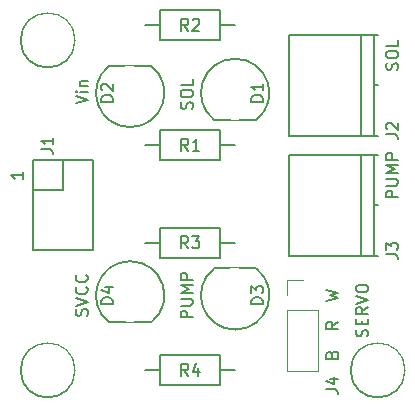
<source format=gto>
G04 #@! TF.FileFunction,Legend,Top*
%FSLAX46Y46*%
G04 Gerber Fmt 4.6, Leading zero omitted, Abs format (unit mm)*
G04 Created by KiCad (PCBNEW 4.0.7-e2-6376~58~ubuntu16.04.1) date Fri Sep 22 12:28:16 2017*
%MOMM*%
%LPD*%
G01*
G04 APERTURE LIST*
%ADD10C,0.050800*%
%ADD11C,0.203200*%
%ADD12C,0.120000*%
%ADD13C,0.200000*%
%ADD14C,0.150000*%
%ADD15R,2.100000X2.100000*%
%ADD16O,2.100000X2.100000*%
%ADD17C,2.076400*%
%ADD18R,2.178000X2.178000*%
%ADD19C,2.178000*%
%ADD20C,2.432000*%
%ADD21C,4.464000*%
%ADD22C,2.800000*%
%ADD23O,2.800000X2.200000*%
G04 APERTURE END LIST*
D10*
D11*
X56974619Y-44159714D02*
X56974619Y-44740285D01*
X56974619Y-44449999D02*
X55958619Y-44449999D01*
X56103762Y-44546761D01*
X56200524Y-44643523D01*
X56248905Y-44740285D01*
X82628619Y-55045428D02*
X83644619Y-54803523D01*
X82918905Y-54610000D01*
X83644619Y-54416476D01*
X82628619Y-54174571D01*
X83644619Y-56835524D02*
X83160810Y-57174190D01*
X83644619Y-57416095D02*
X82628619Y-57416095D01*
X82628619Y-57029048D01*
X82677000Y-56932286D01*
X82725381Y-56883905D01*
X82822143Y-56835524D01*
X82967286Y-56835524D01*
X83064048Y-56883905D01*
X83112429Y-56932286D01*
X83160810Y-57029048D01*
X83160810Y-57416095D01*
X83112429Y-59617429D02*
X83160810Y-59472286D01*
X83209190Y-59423905D01*
X83305952Y-59375524D01*
X83451095Y-59375524D01*
X83547857Y-59423905D01*
X83596238Y-59472286D01*
X83644619Y-59569048D01*
X83644619Y-59956095D01*
X82628619Y-59956095D01*
X82628619Y-59617429D01*
X82677000Y-59520667D01*
X82725381Y-59472286D01*
X82822143Y-59423905D01*
X82918905Y-59423905D01*
X83015667Y-59472286D01*
X83064048Y-59520667D01*
X83112429Y-59617429D01*
X83112429Y-59956095D01*
D12*
X79315000Y-61020000D02*
X81975000Y-61020000D01*
X79315000Y-55880000D02*
X79315000Y-61020000D01*
X81975000Y-55880000D02*
X81975000Y-61020000D01*
X79315000Y-55880000D02*
X81975000Y-55880000D01*
X79315000Y-54610000D02*
X79315000Y-53280000D01*
X79315000Y-53280000D02*
X80645000Y-53280000D01*
D13*
X76708000Y-39751000D02*
X73152000Y-39751000D01*
X76708001Y-39750999D02*
G75*
G03X73152000Y-39751000I-1778001J2285999D01*
G01*
X64262000Y-35179000D02*
X67818000Y-35179000D01*
X64261999Y-35179001D02*
G75*
G03X67818000Y-35179000I1778001J-2285999D01*
G01*
X73152000Y-52324000D02*
X76708000Y-52324000D01*
X73151999Y-52324001D02*
G75*
G03X76708000Y-52324000I1778001J-2285999D01*
G01*
X67818000Y-56896000D02*
X64262000Y-56896000D01*
X67818001Y-56895999D02*
G75*
G03X64262000Y-56896000I-1778001J2285999D01*
G01*
D14*
X60325000Y-43180000D02*
X60325000Y-45720000D01*
X60325000Y-45720000D02*
X57785000Y-45720000D01*
X57785000Y-43180000D02*
X57785000Y-50800000D01*
X57785000Y-50800000D02*
X62865000Y-50800000D01*
X62865000Y-50800000D02*
X62865000Y-45720000D01*
X57785000Y-43180000D02*
X60325000Y-43180000D01*
X62865000Y-43180000D02*
X60325000Y-43180000D01*
X62865000Y-45720000D02*
X62865000Y-43180000D01*
X68580000Y-40640000D02*
X73660000Y-40640000D01*
X73660000Y-40640000D02*
X73660000Y-43180000D01*
X73660000Y-43180000D02*
X68580000Y-43180000D01*
X68580000Y-43180000D02*
X68580000Y-40640000D01*
X68580000Y-41910000D02*
X67310000Y-41910000D01*
X73660000Y-41910000D02*
X74930000Y-41910000D01*
X68580000Y-30480000D02*
X73660000Y-30480000D01*
X73660000Y-30480000D02*
X73660000Y-33020000D01*
X73660000Y-33020000D02*
X68580000Y-33020000D01*
X68580000Y-33020000D02*
X68580000Y-30480000D01*
X68580000Y-31750000D02*
X67310000Y-31750000D01*
X73660000Y-31750000D02*
X74930000Y-31750000D01*
X68580000Y-48895000D02*
X73660000Y-48895000D01*
X73660000Y-48895000D02*
X73660000Y-51435000D01*
X73660000Y-51435000D02*
X68580000Y-51435000D01*
X68580000Y-51435000D02*
X68580000Y-48895000D01*
X68580000Y-50165000D02*
X67310000Y-50165000D01*
X73660000Y-50165000D02*
X74930000Y-50165000D01*
X73660000Y-62230000D02*
X68580000Y-62230000D01*
X68580000Y-62230000D02*
X68580000Y-59690000D01*
X68580000Y-59690000D02*
X73660000Y-59690000D01*
X73660000Y-59690000D02*
X73660000Y-62230000D01*
X73660000Y-60960000D02*
X74930000Y-60960000D01*
X68580000Y-60960000D02*
X67310000Y-60960000D01*
X61341000Y-33020000D02*
G75*
G03X61341000Y-33020000I-2286000J0D01*
G01*
X61341000Y-60960000D02*
G75*
G03X61341000Y-60960000I-2286000J0D01*
G01*
X89281000Y-60960000D02*
G75*
G03X89281000Y-60960000I-2286000J0D01*
G01*
X86650000Y-46990000D02*
X87050000Y-46990000D01*
X85550000Y-51240000D02*
X85550000Y-42740000D01*
X86650000Y-51240000D02*
X86650000Y-42740000D01*
X79450000Y-51240000D02*
X87050000Y-51240000D01*
X87050000Y-42740000D02*
X79450000Y-42740000D01*
X79450000Y-42740000D02*
X79450000Y-51240000D01*
X86650000Y-36830000D02*
X87050000Y-36830000D01*
X85550000Y-41080000D02*
X85550000Y-32580000D01*
X86650000Y-41080000D02*
X86650000Y-32580000D01*
X79450000Y-41080000D02*
X87050000Y-41080000D01*
X87050000Y-32580000D02*
X79450000Y-32580000D01*
X79450000Y-32580000D02*
X79450000Y-41080000D01*
X86129762Y-58070476D02*
X86177381Y-57927619D01*
X86177381Y-57689523D01*
X86129762Y-57594285D01*
X86082143Y-57546666D01*
X85986905Y-57499047D01*
X85891667Y-57499047D01*
X85796429Y-57546666D01*
X85748810Y-57594285D01*
X85701190Y-57689523D01*
X85653571Y-57880000D01*
X85605952Y-57975238D01*
X85558333Y-58022857D01*
X85463095Y-58070476D01*
X85367857Y-58070476D01*
X85272619Y-58022857D01*
X85225000Y-57975238D01*
X85177381Y-57880000D01*
X85177381Y-57641904D01*
X85225000Y-57499047D01*
X85653571Y-57070476D02*
X85653571Y-56737142D01*
X86177381Y-56594285D02*
X86177381Y-57070476D01*
X85177381Y-57070476D01*
X85177381Y-56594285D01*
X86177381Y-55594285D02*
X85701190Y-55927619D01*
X86177381Y-56165714D02*
X85177381Y-56165714D01*
X85177381Y-55784761D01*
X85225000Y-55689523D01*
X85272619Y-55641904D01*
X85367857Y-55594285D01*
X85510714Y-55594285D01*
X85605952Y-55641904D01*
X85653571Y-55689523D01*
X85701190Y-55784761D01*
X85701190Y-56165714D01*
X85177381Y-55308571D02*
X86177381Y-54975238D01*
X85177381Y-54641904D01*
X85177381Y-54118095D02*
X85177381Y-53927618D01*
X85225000Y-53832380D01*
X85320238Y-53737142D01*
X85510714Y-53689523D01*
X85844048Y-53689523D01*
X86034524Y-53737142D01*
X86129762Y-53832380D01*
X86177381Y-53927618D01*
X86177381Y-54118095D01*
X86129762Y-54213333D01*
X86034524Y-54308571D01*
X85844048Y-54356190D01*
X85510714Y-54356190D01*
X85320238Y-54308571D01*
X85225000Y-54213333D01*
X85177381Y-54118095D01*
X82637381Y-62563333D02*
X83351667Y-62563333D01*
X83494524Y-62610953D01*
X83589762Y-62706191D01*
X83637381Y-62849048D01*
X83637381Y-62944286D01*
X82970714Y-61658571D02*
X83637381Y-61658571D01*
X82589762Y-61896667D02*
X83304048Y-62134762D01*
X83304048Y-61515714D01*
X77287381Y-38203095D02*
X76287381Y-38203095D01*
X76287381Y-37965000D01*
X76335000Y-37822142D01*
X76430238Y-37726904D01*
X76525476Y-37679285D01*
X76715952Y-37631666D01*
X76858810Y-37631666D01*
X77049286Y-37679285D01*
X77144524Y-37726904D01*
X77239762Y-37822142D01*
X77287381Y-37965000D01*
X77287381Y-38203095D01*
X77287381Y-36679285D02*
X77287381Y-37250714D01*
X77287381Y-36965000D02*
X76287381Y-36965000D01*
X76430238Y-37060238D01*
X76525476Y-37155476D01*
X76573095Y-37250714D01*
X71270762Y-38806286D02*
X71318381Y-38663429D01*
X71318381Y-38425333D01*
X71270762Y-38330095D01*
X71223143Y-38282476D01*
X71127905Y-38234857D01*
X71032667Y-38234857D01*
X70937429Y-38282476D01*
X70889810Y-38330095D01*
X70842190Y-38425333D01*
X70794571Y-38615810D01*
X70746952Y-38711048D01*
X70699333Y-38758667D01*
X70604095Y-38806286D01*
X70508857Y-38806286D01*
X70413619Y-38758667D01*
X70366000Y-38711048D01*
X70318381Y-38615810D01*
X70318381Y-38377714D01*
X70366000Y-38234857D01*
X70318381Y-37615810D02*
X70318381Y-37425333D01*
X70366000Y-37330095D01*
X70461238Y-37234857D01*
X70651714Y-37187238D01*
X70985048Y-37187238D01*
X71175524Y-37234857D01*
X71270762Y-37330095D01*
X71318381Y-37425333D01*
X71318381Y-37615810D01*
X71270762Y-37711048D01*
X71175524Y-37806286D01*
X70985048Y-37853905D01*
X70651714Y-37853905D01*
X70461238Y-37806286D01*
X70366000Y-37711048D01*
X70318381Y-37615810D01*
X71318381Y-36282476D02*
X71318381Y-36758667D01*
X70318381Y-36758667D01*
X64587381Y-38203095D02*
X63587381Y-38203095D01*
X63587381Y-37965000D01*
X63635000Y-37822142D01*
X63730238Y-37726904D01*
X63825476Y-37679285D01*
X64015952Y-37631666D01*
X64158810Y-37631666D01*
X64349286Y-37679285D01*
X64444524Y-37726904D01*
X64539762Y-37822142D01*
X64587381Y-37965000D01*
X64587381Y-38203095D01*
X63682619Y-37250714D02*
X63635000Y-37203095D01*
X63587381Y-37107857D01*
X63587381Y-36869761D01*
X63635000Y-36774523D01*
X63682619Y-36726904D01*
X63777857Y-36679285D01*
X63873095Y-36679285D01*
X64015952Y-36726904D01*
X64587381Y-37298333D01*
X64587381Y-36679285D01*
X61428381Y-38361809D02*
X62428381Y-38028476D01*
X61428381Y-37695142D01*
X62428381Y-37361809D02*
X61761714Y-37361809D01*
X61428381Y-37361809D02*
X61476000Y-37409428D01*
X61523619Y-37361809D01*
X61476000Y-37314190D01*
X61428381Y-37361809D01*
X61523619Y-37361809D01*
X61761714Y-36885619D02*
X62428381Y-36885619D01*
X61856952Y-36885619D02*
X61809333Y-36838000D01*
X61761714Y-36742762D01*
X61761714Y-36599904D01*
X61809333Y-36504666D01*
X61904571Y-36457047D01*
X62428381Y-36457047D01*
X77287381Y-55348095D02*
X76287381Y-55348095D01*
X76287381Y-55110000D01*
X76335000Y-54967142D01*
X76430238Y-54871904D01*
X76525476Y-54824285D01*
X76715952Y-54776666D01*
X76858810Y-54776666D01*
X77049286Y-54824285D01*
X77144524Y-54871904D01*
X77239762Y-54967142D01*
X77287381Y-55110000D01*
X77287381Y-55348095D01*
X76287381Y-54443333D02*
X76287381Y-53824285D01*
X76668333Y-54157619D01*
X76668333Y-54014761D01*
X76715952Y-53919523D01*
X76763571Y-53871904D01*
X76858810Y-53824285D01*
X77096905Y-53824285D01*
X77192143Y-53871904D01*
X77239762Y-53919523D01*
X77287381Y-54014761D01*
X77287381Y-54300476D01*
X77239762Y-54395714D01*
X77192143Y-54443333D01*
X71318381Y-56467143D02*
X70318381Y-56467143D01*
X70318381Y-56086190D01*
X70366000Y-55990952D01*
X70413619Y-55943333D01*
X70508857Y-55895714D01*
X70651714Y-55895714D01*
X70746952Y-55943333D01*
X70794571Y-55990952D01*
X70842190Y-56086190D01*
X70842190Y-56467143D01*
X70318381Y-55467143D02*
X71127905Y-55467143D01*
X71223143Y-55419524D01*
X71270762Y-55371905D01*
X71318381Y-55276667D01*
X71318381Y-55086190D01*
X71270762Y-54990952D01*
X71223143Y-54943333D01*
X71127905Y-54895714D01*
X70318381Y-54895714D01*
X71318381Y-54419524D02*
X70318381Y-54419524D01*
X71032667Y-54086190D01*
X70318381Y-53752857D01*
X71318381Y-53752857D01*
X71318381Y-53276667D02*
X70318381Y-53276667D01*
X70318381Y-52895714D01*
X70366000Y-52800476D01*
X70413619Y-52752857D01*
X70508857Y-52705238D01*
X70651714Y-52705238D01*
X70746952Y-52752857D01*
X70794571Y-52800476D01*
X70842190Y-52895714D01*
X70842190Y-53276667D01*
X64587381Y-55348095D02*
X63587381Y-55348095D01*
X63587381Y-55110000D01*
X63635000Y-54967142D01*
X63730238Y-54871904D01*
X63825476Y-54824285D01*
X64015952Y-54776666D01*
X64158810Y-54776666D01*
X64349286Y-54824285D01*
X64444524Y-54871904D01*
X64539762Y-54967142D01*
X64587381Y-55110000D01*
X64587381Y-55348095D01*
X63920714Y-53919523D02*
X64587381Y-53919523D01*
X63539762Y-54157619D02*
X64254048Y-54395714D01*
X64254048Y-53776666D01*
X62380762Y-56324286D02*
X62428381Y-56181429D01*
X62428381Y-55943333D01*
X62380762Y-55848095D01*
X62333143Y-55800476D01*
X62237905Y-55752857D01*
X62142667Y-55752857D01*
X62047429Y-55800476D01*
X61999810Y-55848095D01*
X61952190Y-55943333D01*
X61904571Y-56133810D01*
X61856952Y-56229048D01*
X61809333Y-56276667D01*
X61714095Y-56324286D01*
X61618857Y-56324286D01*
X61523619Y-56276667D01*
X61476000Y-56229048D01*
X61428381Y-56133810D01*
X61428381Y-55895714D01*
X61476000Y-55752857D01*
X61428381Y-55467143D02*
X62428381Y-55133810D01*
X61428381Y-54800476D01*
X62333143Y-53895714D02*
X62380762Y-53943333D01*
X62428381Y-54086190D01*
X62428381Y-54181428D01*
X62380762Y-54324286D01*
X62285524Y-54419524D01*
X62190286Y-54467143D01*
X61999810Y-54514762D01*
X61856952Y-54514762D01*
X61666476Y-54467143D01*
X61571238Y-54419524D01*
X61476000Y-54324286D01*
X61428381Y-54181428D01*
X61428381Y-54086190D01*
X61476000Y-53943333D01*
X61523619Y-53895714D01*
X62333143Y-52895714D02*
X62380762Y-52943333D01*
X62428381Y-53086190D01*
X62428381Y-53181428D01*
X62380762Y-53324286D01*
X62285524Y-53419524D01*
X62190286Y-53467143D01*
X61999810Y-53514762D01*
X61856952Y-53514762D01*
X61666476Y-53467143D01*
X61571238Y-53419524D01*
X61476000Y-53324286D01*
X61428381Y-53181428D01*
X61428381Y-53086190D01*
X61476000Y-52943333D01*
X61523619Y-52895714D01*
X58507381Y-42243333D02*
X59221667Y-42243333D01*
X59364524Y-42290953D01*
X59459762Y-42386191D01*
X59507381Y-42529048D01*
X59507381Y-42624286D01*
X59507381Y-41243333D02*
X59507381Y-41814762D01*
X59507381Y-41529048D02*
X58507381Y-41529048D01*
X58650238Y-41624286D01*
X58745476Y-41719524D01*
X58793095Y-41814762D01*
X70953334Y-42362381D02*
X70620000Y-41886190D01*
X70381905Y-42362381D02*
X70381905Y-41362381D01*
X70762858Y-41362381D01*
X70858096Y-41410000D01*
X70905715Y-41457619D01*
X70953334Y-41552857D01*
X70953334Y-41695714D01*
X70905715Y-41790952D01*
X70858096Y-41838571D01*
X70762858Y-41886190D01*
X70381905Y-41886190D01*
X71905715Y-42362381D02*
X71334286Y-42362381D01*
X71620000Y-42362381D02*
X71620000Y-41362381D01*
X71524762Y-41505238D01*
X71429524Y-41600476D01*
X71334286Y-41648095D01*
X70953334Y-32202381D02*
X70620000Y-31726190D01*
X70381905Y-32202381D02*
X70381905Y-31202381D01*
X70762858Y-31202381D01*
X70858096Y-31250000D01*
X70905715Y-31297619D01*
X70953334Y-31392857D01*
X70953334Y-31535714D01*
X70905715Y-31630952D01*
X70858096Y-31678571D01*
X70762858Y-31726190D01*
X70381905Y-31726190D01*
X71334286Y-31297619D02*
X71381905Y-31250000D01*
X71477143Y-31202381D01*
X71715239Y-31202381D01*
X71810477Y-31250000D01*
X71858096Y-31297619D01*
X71905715Y-31392857D01*
X71905715Y-31488095D01*
X71858096Y-31630952D01*
X71286667Y-32202381D01*
X71905715Y-32202381D01*
X70953334Y-50617381D02*
X70620000Y-50141190D01*
X70381905Y-50617381D02*
X70381905Y-49617381D01*
X70762858Y-49617381D01*
X70858096Y-49665000D01*
X70905715Y-49712619D01*
X70953334Y-49807857D01*
X70953334Y-49950714D01*
X70905715Y-50045952D01*
X70858096Y-50093571D01*
X70762858Y-50141190D01*
X70381905Y-50141190D01*
X71286667Y-49617381D02*
X71905715Y-49617381D01*
X71572381Y-49998333D01*
X71715239Y-49998333D01*
X71810477Y-50045952D01*
X71858096Y-50093571D01*
X71905715Y-50188810D01*
X71905715Y-50426905D01*
X71858096Y-50522143D01*
X71810477Y-50569762D01*
X71715239Y-50617381D01*
X71429524Y-50617381D01*
X71334286Y-50569762D01*
X71286667Y-50522143D01*
X70953334Y-61412381D02*
X70620000Y-60936190D01*
X70381905Y-61412381D02*
X70381905Y-60412381D01*
X70762858Y-60412381D01*
X70858096Y-60460000D01*
X70905715Y-60507619D01*
X70953334Y-60602857D01*
X70953334Y-60745714D01*
X70905715Y-60840952D01*
X70858096Y-60888571D01*
X70762858Y-60936190D01*
X70381905Y-60936190D01*
X71810477Y-60745714D02*
X71810477Y-61412381D01*
X71572381Y-60364762D02*
X71334286Y-61079048D01*
X71953334Y-61079048D01*
X87717381Y-51133333D02*
X88431667Y-51133333D01*
X88574524Y-51180953D01*
X88669762Y-51276191D01*
X88717381Y-51419048D01*
X88717381Y-51514286D01*
X87717381Y-50752381D02*
X87717381Y-50133333D01*
X88098333Y-50466667D01*
X88098333Y-50323809D01*
X88145952Y-50228571D01*
X88193571Y-50180952D01*
X88288810Y-50133333D01*
X88526905Y-50133333D01*
X88622143Y-50180952D01*
X88669762Y-50228571D01*
X88717381Y-50323809D01*
X88717381Y-50609524D01*
X88669762Y-50704762D01*
X88622143Y-50752381D01*
X88717381Y-46307143D02*
X87717381Y-46307143D01*
X87717381Y-45926190D01*
X87765000Y-45830952D01*
X87812619Y-45783333D01*
X87907857Y-45735714D01*
X88050714Y-45735714D01*
X88145952Y-45783333D01*
X88193571Y-45830952D01*
X88241190Y-45926190D01*
X88241190Y-46307143D01*
X87717381Y-45307143D02*
X88526905Y-45307143D01*
X88622143Y-45259524D01*
X88669762Y-45211905D01*
X88717381Y-45116667D01*
X88717381Y-44926190D01*
X88669762Y-44830952D01*
X88622143Y-44783333D01*
X88526905Y-44735714D01*
X87717381Y-44735714D01*
X88717381Y-44259524D02*
X87717381Y-44259524D01*
X88431667Y-43926190D01*
X87717381Y-43592857D01*
X88717381Y-43592857D01*
X88717381Y-43116667D02*
X87717381Y-43116667D01*
X87717381Y-42735714D01*
X87765000Y-42640476D01*
X87812619Y-42592857D01*
X87907857Y-42545238D01*
X88050714Y-42545238D01*
X88145952Y-42592857D01*
X88193571Y-42640476D01*
X88241190Y-42735714D01*
X88241190Y-43116667D01*
X87717381Y-40973333D02*
X88431667Y-40973333D01*
X88574524Y-41020953D01*
X88669762Y-41116191D01*
X88717381Y-41259048D01*
X88717381Y-41354286D01*
X87812619Y-40544762D02*
X87765000Y-40497143D01*
X87717381Y-40401905D01*
X87717381Y-40163809D01*
X87765000Y-40068571D01*
X87812619Y-40020952D01*
X87907857Y-39973333D01*
X88003095Y-39973333D01*
X88145952Y-40020952D01*
X88717381Y-40592381D01*
X88717381Y-39973333D01*
X88669762Y-35504286D02*
X88717381Y-35361429D01*
X88717381Y-35123333D01*
X88669762Y-35028095D01*
X88622143Y-34980476D01*
X88526905Y-34932857D01*
X88431667Y-34932857D01*
X88336429Y-34980476D01*
X88288810Y-35028095D01*
X88241190Y-35123333D01*
X88193571Y-35313810D01*
X88145952Y-35409048D01*
X88098333Y-35456667D01*
X88003095Y-35504286D01*
X87907857Y-35504286D01*
X87812619Y-35456667D01*
X87765000Y-35409048D01*
X87717381Y-35313810D01*
X87717381Y-35075714D01*
X87765000Y-34932857D01*
X87717381Y-34313810D02*
X87717381Y-34123333D01*
X87765000Y-34028095D01*
X87860238Y-33932857D01*
X88050714Y-33885238D01*
X88384048Y-33885238D01*
X88574524Y-33932857D01*
X88669762Y-34028095D01*
X88717381Y-34123333D01*
X88717381Y-34313810D01*
X88669762Y-34409048D01*
X88574524Y-34504286D01*
X88384048Y-34551905D01*
X88050714Y-34551905D01*
X87860238Y-34504286D01*
X87765000Y-34409048D01*
X87717381Y-34313810D01*
X88717381Y-32980476D02*
X88717381Y-33456667D01*
X87717381Y-33456667D01*
%LPC*%
D15*
X80645000Y-54610000D03*
D16*
X80645000Y-57150000D03*
X80645000Y-59690000D03*
D17*
X74930000Y-36195000D03*
X74930000Y-38735000D03*
X66040000Y-38735000D03*
X66040000Y-36195000D03*
X74930000Y-55880000D03*
X74930000Y-53340000D03*
X66040000Y-53340000D03*
X66040000Y-55880000D03*
D18*
X59055000Y-44450000D03*
D19*
X61595000Y-44450000D03*
X59055000Y-46990000D03*
X61595000Y-46990000D03*
X59055000Y-49530000D03*
X61595000Y-49530000D03*
D20*
X66040000Y-41910000D03*
X76200000Y-41910000D03*
X66040000Y-31750000D03*
X76200000Y-31750000D03*
X66040000Y-50165000D03*
X76200000Y-50165000D03*
X76200000Y-60960000D03*
X66040000Y-60960000D03*
D21*
X59055000Y-33020000D03*
X59055000Y-60960000D03*
X86995000Y-60960000D03*
D22*
X82550000Y-44490000D03*
D23*
X82550000Y-49690000D03*
X82550000Y-47790000D03*
D22*
X82550000Y-34330000D03*
D23*
X82550000Y-39530000D03*
X82550000Y-37630000D03*
M02*

</source>
